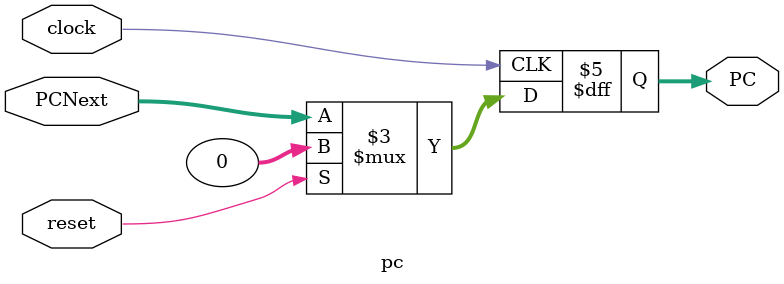
<source format=sv>

module pc(PC, PCNext, clock, reset);
	output logic [31:0] PC;
	input logic [31:0] PCNext;
	input logic clock, reset;
	                                                                                                                                                                 
always_ff @(posedge clock) begin
	if(reset) 
		PC <= 32'b0;
	else
		PC <= PCNext;
end

endmodule
</source>
